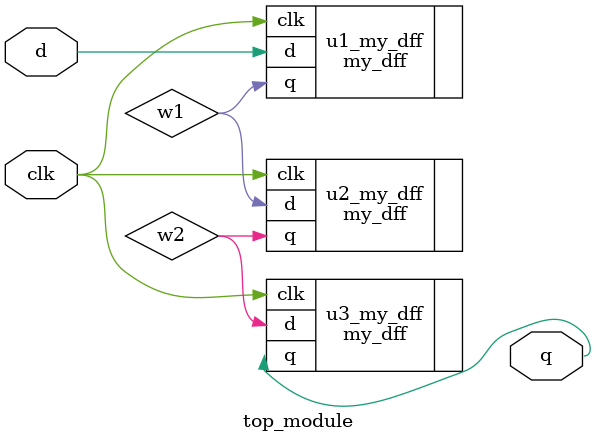
<source format=v>
module top_module ( input clk, input d, output q );

wire w1,w2;
my_dff u1_my_dff(
    .clk(clk),
    .d(d),
    .q(w1)
);

my_dff u2_my_dff(
    .clk(clk),
    .d(w1),
    .q(w2)
);

my_dff u3_my_dff(
    .clk(clk),
    .d(w2),
    .q(q)
);
endmodule

</source>
